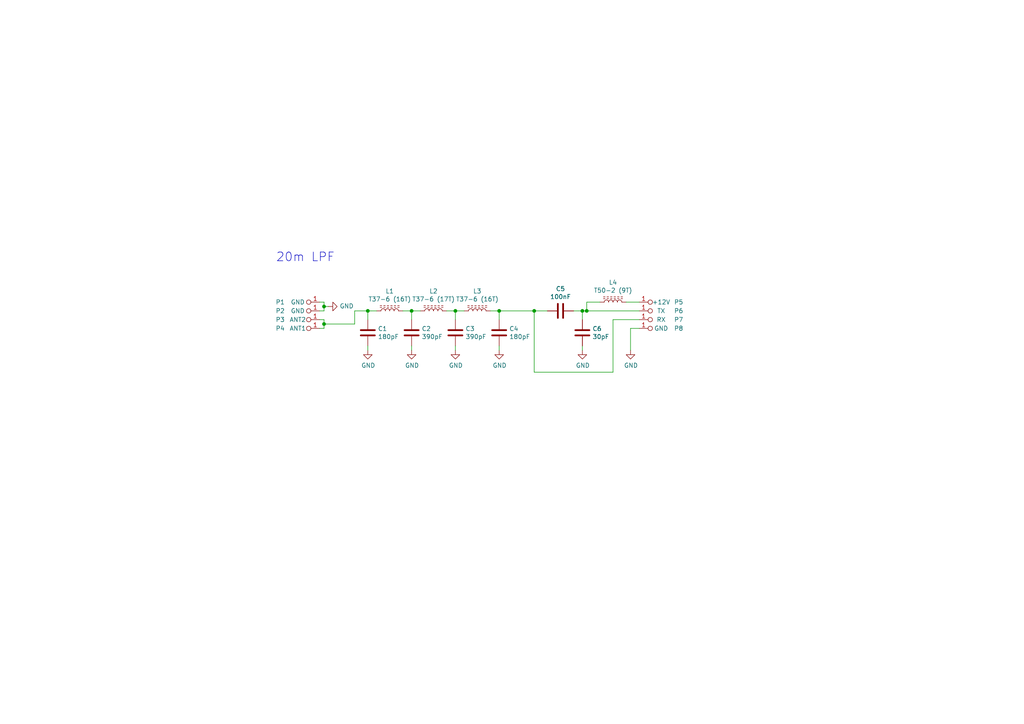
<source format=kicad_sch>
(kicad_sch (version 20211123) (generator eeschema)
  (paper "A4")
  (lib_symbols
    (symbol "Device:C" (pin_numbers hide) (pin_names (offset 0.254))
      (property "Reference" "C" (at 0.635 2.54 0))
      (property "Value" "C" (at 0.635 -2.54 0))
      (symbol "C_0_1"
        (polyline (pts (xy -2.032 -0.762) (xy 2.032 -0.762)) (stroke (width 0.508)))
        (polyline (pts (xy -2.032 0.762) (xy 2.032 0.762)) (stroke (width 0.508)))
      )
      (symbol "C_1_1"
        (pin passive line (at 0 3.81 270) (length 2.794) (name "~") (number "1"))
        (pin passive line (at 0 -3.81 90) (length 2.794) (name "~") (number "2"))
      )
    )
    (symbol "Device:L_Ferrite" (pin_numbers hide) (pin_names (offset 1.016) hide)
      (property "Reference" "L" (at -1.27 0 90))
      (property "Value" "L_Ferrite" (at 2.794 0 90))
      (symbol "L_Ferrite_0_1"
        (arc (start 0 -2.54) (mid 0.635 -1.905) (end 0 -1.27))
        (arc (start 0 -1.27) (mid 0.635 -0.635) (end 0 0))
        (polyline (pts (xy 1.016 -2.794) (xy 1.016 -2.286)))
        (polyline (pts (xy 1.016 -1.778) (xy 1.016 -1.27)))
        (polyline (pts (xy 1.016 -0.762) (xy 1.016 -0.254)))
        (polyline (pts (xy 1.016 0.254) (xy 1.016 0.762)))
        (polyline (pts (xy 1.016 1.27) (xy 1.016 1.778)))
        (polyline (pts (xy 1.016 2.286) (xy 1.016 2.794)))
        (polyline (pts (xy 1.524 -2.286) (xy 1.524 -2.794)))
        (polyline (pts (xy 1.524 -1.27) (xy 1.524 -1.778)))
        (polyline (pts (xy 1.524 -0.254) (xy 1.524 -0.762)))
        (polyline (pts (xy 1.524 0.762) (xy 1.524 0.254)))
        (polyline (pts (xy 1.524 1.778) (xy 1.524 1.27)))
        (polyline (pts (xy 1.524 2.794) (xy 1.524 2.286)))
        (arc (start 0 0) (mid 0.635 0.635) (end 0 1.27))
        (arc (start 0 1.27) (mid 0.635 1.905) (end 0 2.54))
      )
      (symbol "L_Ferrite_1_1"
        (pin passive line (at 0 3.81 270) (length 1.27) (name "1") (number "1"))
        (pin passive line (at 0 -3.81 90) (length 1.27) (name "2") (number "2"))
      )
    )
    (symbol "power:GND" (power) (pin_names (offset 0))
      (property "Value" "GND" (at 0 -3.81 0))
      (symbol "GND_0_1"
        (polyline (pts (xy 0 0) (xy 0 -1.27) (xy 1.27 -1.27) (xy 0 -2.54) (xy -1.27 -1.27) (xy 0 -1.27)))
      )
      (symbol "GND_1_1"
        (pin power_in line (at 0 0 270) (length 0) hide (name "GND") (number "1"))
      )
    )
    (symbol "user:Pin" (pin_names (offset 1.016))
      (property "Reference" "P" (at 3.81 6.35 0))
      (property "Value" "Pin" (at 3.81 8.89 0))
      (symbol "Pin_0_1"
        (circle (center 0 -0.635) (radius 0.635))
      )
      (symbol "Pin_1_1"
        (pin unspecified line (at 0 2.54 270) (length 2.54) (name "~") (number "1"))
      )
    )
  )
  (junction (at 93.98 88.9))
  (junction (at 154.94 90.17))
  (junction (at 170.18 90.17))
  (junction (at 132.08 90.17))
  (junction (at 93.98 93.98))
  (junction (at 119.38 90.17))
  (junction (at 106.68 90.17))
  (junction (at 144.78 90.17))
  (junction (at 168.91 90.17))
  (wire (pts (xy 106.68 92.71) (xy 106.68 90.17)))
  (wire (pts (xy 93.98 95.25) (xy 92.71 95.25)))
  (wire (pts (xy 170.18 87.63) (xy 170.18 90.17)))
  (wire (pts (xy 119.38 92.71) (xy 119.38 90.17)))
  (wire (pts (xy 129.54 90.17) (xy 132.08 90.17)))
  (wire (pts (xy 144.78 90.17) (xy 154.94 90.17)))
  (wire (pts (xy 168.91 90.17) (xy 168.91 92.71)))
  (wire (pts (xy 144.78 90.17) (xy 144.78 92.71)))
  (wire (pts (xy 182.88 101.6) (xy 182.88 95.25)))
  (wire (pts (xy 93.98 87.63) (xy 92.71 87.63)))
  (wire (pts (xy 95.25 88.9) (xy 93.98 88.9)))
  (wire (pts (xy 166.37 90.17) (xy 168.91 90.17)))
  (wire (pts (xy 144.78 101.6) (xy 144.78 100.33)))
  (wire (pts (xy 119.38 90.17) (xy 121.92 90.17)))
  (wire (pts (xy 93.98 90.17) (xy 93.98 88.9)))
  (wire (pts (xy 154.94 107.95) (xy 177.8 107.95)))
  (wire (pts (xy 181.61 87.63) (xy 185.42 87.63)))
  (wire (pts (xy 102.87 90.17) (xy 106.68 90.17)))
  (wire (pts (xy 173.99 87.63) (xy 170.18 87.63)))
  (wire (pts (xy 132.08 92.71) (xy 132.08 90.17)))
  (wire (pts (xy 154.94 90.17) (xy 158.75 90.17)))
  (wire (pts (xy 106.68 101.6) (xy 106.68 100.33)))
  (wire (pts (xy 132.08 90.17) (xy 134.62 90.17)))
  (wire (pts (xy 142.24 90.17) (xy 144.78 90.17)))
  (wire (pts (xy 92.71 90.17) (xy 93.98 90.17)))
  (wire (pts (xy 93.98 93.98) (xy 102.87 93.98)))
  (wire (pts (xy 106.68 90.17) (xy 109.22 90.17)))
  (wire (pts (xy 168.91 101.6) (xy 168.91 100.33)))
  (wire (pts (xy 119.38 100.33) (xy 119.38 101.6)))
  (wire (pts (xy 93.98 88.9) (xy 93.98 87.63)))
  (wire (pts (xy 92.71 92.71) (xy 93.98 92.71)))
  (wire (pts (xy 93.98 92.71) (xy 93.98 93.98)))
  (wire (pts (xy 154.94 90.17) (xy 154.94 107.95)))
  (wire (pts (xy 93.98 93.98) (xy 93.98 95.25)))
  (wire (pts (xy 177.8 92.71) (xy 185.42 92.71)))
  (wire (pts (xy 177.8 107.95) (xy 177.8 92.71)))
  (wire (pts (xy 132.08 101.6) (xy 132.08 100.33)))
  (wire (pts (xy 185.42 90.17) (xy 170.18 90.17)))
  (wire (pts (xy 116.84 90.17) (xy 119.38 90.17)))
  (wire (pts (xy 182.88 95.25) (xy 185.42 95.25)))
  (wire (pts (xy 102.87 93.98) (xy 102.87 90.17)))
  (wire (pts (xy 170.18 90.17) (xy 168.91 90.17)))
  (text "20m LPF" (at 80.01 76.2 0) (effects (font (size 2.54 2.54)) (justify left bottom)))
  (symbol (lib_id "user:Pin") (at 90.17 92.71 270) (unit 1)
    (property "Reference" "P3" (at 81.28 92.71 90))
    (property "Value" "ANT2" (at 86.36 92.71 90))
    (property "Footprint" "user_footprints:pin" (effects hide))
  )
  (symbol (lib_id "user:Pin") (at 90.17 95.25 270) (unit 1)
    (property "Reference" "P4" (at 81.28 95.25 90))
    (property "Value" "ANT1" (at 86.36 95.25 90))
    (property "Footprint" "user_footprints:pin" (effects hide))
  )
  (symbol (lib_id "user:Pin") (at 90.17 87.63 270) (unit 1)
    (property "Reference" "P1" (at 81.28 87.63 90))
    (property "Value" "GND" (at 86.36 87.63 90))
    (property "Footprint" "user_footprints:pin" (effects hide))
  )
  (symbol (lib_id "user:Pin") (at 90.17 90.17 270) (unit 1)
    (property "Reference" "P2" (at 81.28 90.17 90))
    (property "Value" "GND" (at 86.36 90.17 90))
    (property "Footprint" "user_footprints:pin" (effects hide))
  )
  (symbol (lib_id "user:Pin") (at 187.96 90.17 90) (unit 1)
    (property "Reference" "P6" (at 196.85 90.17 90))
    (property "Value" "TX" (at 191.77 90.17 90))
    (property "Footprint" "user_footprints:pin" (effects hide))
  )
  (symbol (lib_id "user:Pin") (at 187.96 87.63 90) (unit 1)
    (property "Reference" "P5" (at 196.85 87.63 90))
    (property "Value" "+12V" (at 191.77 87.63 90))
    (property "Footprint" "user_footprints:pin" (effects hide))
  )
  (symbol (lib_id "user:Pin") (at 187.96 95.25 90) (unit 1)
    (property "Reference" "P8" (at 196.85 95.25 90))
    (property "Value" "GND" (at 191.77 95.25 90))
    (property "Footprint" "user_footprints:pin" (effects hide))
  )
  (symbol (lib_id "user:Pin") (at 187.96 92.71 90) (unit 1)
    (property "Reference" "P7" (at 196.85 92.71 90))
    (property "Value" "RX" (at 191.77 92.71 90))
    (property "Footprint" "user_footprints:pin" (effects hide))
  )
  (symbol (lib_id "Device:C") (at 106.68 96.52 0) (unit 1)
    (property "Reference" "C1" (at 109.601 95.3516 0) (effects (justify left)))
    (property "Value" "180pF" (at 109.601 97.663 0) (effects (justify left)))
    (property "Footprint" "Capacitor_THT:C_Disc_D3.0mm_W1.6mm_P2.50mm" (effects hide))
  )
  (symbol (lib_id "Device:C") (at 119.38 96.52 0) (unit 1)
    (property "Reference" "C2" (at 122.301 95.3516 0) (effects (justify left)))
    (property "Value" "390pF" (at 122.301 97.663 0) (effects (justify left)))
    (property "Footprint" "Capacitor_THT:C_Disc_D3.0mm_W1.6mm_P2.50mm" (effects hide))
  )
  (symbol (lib_id "Device:L_Ferrite") (at 113.03 90.17 90) (unit 1)
    (property "Reference" "L1" (at 113.03 84.455 90))
    (property "Value" "T37-6 (16T)" (at 113.03 86.7664 90))
    (property "Footprint" "Inductor_THT:L_Toroid_Vertical_L10.0mm_W5.0mm_P5.08mm" (effects hide))
  )
  (symbol (lib_id "Device:C") (at 132.08 96.52 0) (unit 1)
    (property "Reference" "C3" (at 135.001 95.3516 0) (effects (justify left)))
    (property "Value" "390pF" (at 135.001 97.663 0) (effects (justify left)))
    (property "Footprint" "Capacitor_THT:C_Disc_D3.0mm_W1.6mm_P2.50mm" (effects hide))
  )
  (symbol (lib_id "Device:L_Ferrite") (at 125.73 90.17 90) (unit 1)
    (property "Reference" "L2" (at 125.73 84.455 90))
    (property "Value" "T37-6 (17T)" (at 125.73 86.7664 90))
    (property "Footprint" "Inductor_THT:L_Toroid_Vertical_L10.0mm_W5.0mm_P5.08mm" (effects hide))
  )
  (symbol (lib_id "Device:C") (at 144.78 96.52 0) (unit 1)
    (property "Reference" "C4" (at 147.701 95.3516 0) (effects (justify left)))
    (property "Value" "180pF" (at 147.701 97.663 0) (effects (justify left)))
    (property "Footprint" "Capacitor_THT:C_Disc_D3.0mm_W1.6mm_P2.50mm" (effects hide))
  )
  (symbol (lib_id "Device:L_Ferrite") (at 138.43 90.17 90) (unit 1)
    (property "Reference" "L3" (at 138.43 84.455 90))
    (property "Value" "T37-6 (16T)" (at 138.43 86.7664 90))
    (property "Footprint" "Inductor_THT:L_Toroid_Vertical_L10.0mm_W5.0mm_P5.08mm" (effects hide))
  )
  (symbol (lib_id "power:GND") (at 95.25 88.9 90) (unit 1)
    (property "Reference" "#PWR01" (effects hide))
    (property "Value" "GND" (at 98.5012 88.773 90) (effects (justify right)))
  )
  (symbol (lib_id "Device:C") (at 162.56 90.17 270) (unit 1)
    (property "Reference" "C5" (at 162.56 83.7692 90))
    (property "Value" "100nF" (at 162.56 86.0806 90))
    (property "Footprint" "Capacitor_THT:C_Disc_D3.0mm_W1.6mm_P2.50mm" (effects hide))
  )
  (symbol (lib_id "Device:C") (at 168.91 96.52 0) (unit 1)
    (property "Reference" "C6" (at 171.831 95.3516 0) (effects (justify left)))
    (property "Value" "30pF" (at 171.831 97.663 0) (effects (justify left)))
    (property "Footprint" "Capacitor_THT:C_Disc_D3.0mm_W1.6mm_P2.50mm" (effects hide))
  )
  (symbol (lib_id "Device:L_Ferrite") (at 177.8 87.63 90) (unit 1)
    (property "Reference" "L4" (at 177.8 81.915 90))
    (property "Value" "T50-2 (9T)" (at 177.8 84.2264 90))
    (property "Footprint" "Inductor_THT:L_Toroid_Vertical_L10.0mm_W5.0mm_P5.08mm" (effects hide))
  )
  (symbol (lib_id "power:GND") (at 168.91 101.6 0) (unit 1)
    (property "Reference" "#PWR06" (effects hide))
    (property "Value" "GND" (at 169.037 105.9942 0))
  )
  (symbol (lib_id "power:GND") (at 144.78 101.6 0) (unit 1)
    (property "Reference" "#PWR05" (effects hide))
    (property "Value" "GND" (at 144.907 105.9942 0))
  )
  (symbol (lib_id "power:GND") (at 132.08 101.6 0) (unit 1)
    (property "Reference" "#PWR04" (effects hide))
    (property "Value" "GND" (at 132.207 105.9942 0))
  )
  (symbol (lib_id "power:GND") (at 119.38 101.6 0) (unit 1)
    (property "Reference" "#PWR03" (effects hide))
    (property "Value" "GND" (at 119.507 105.9942 0))
  )
  (symbol (lib_id "power:GND") (at 106.68 101.6 0) (unit 1)
    (property "Reference" "#PWR02" (effects hide))
    (property "Value" "GND" (at 106.807 105.9942 0))
  )
  (symbol (lib_id "power:GND") (at 182.88 101.6 0) (unit 1)
    (property "Reference" "#PWR07" (effects hide))
    (property "Value" "GND" (at 183.007 105.9942 0))
  )
)
</source>
